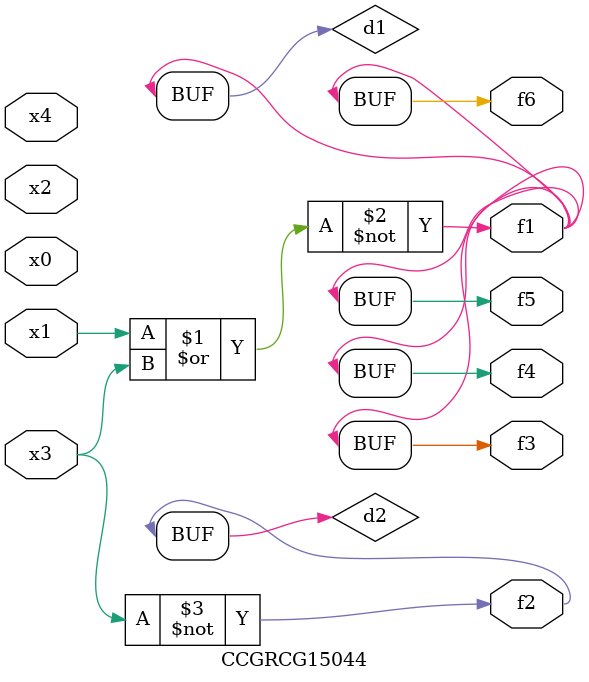
<source format=v>
module CCGRCG15044(
	input x0, x1, x2, x3, x4,
	output f1, f2, f3, f4, f5, f6
);

	wire d1, d2;

	nor (d1, x1, x3);
	not (d2, x3);
	assign f1 = d1;
	assign f2 = d2;
	assign f3 = d1;
	assign f4 = d1;
	assign f5 = d1;
	assign f6 = d1;
endmodule

</source>
